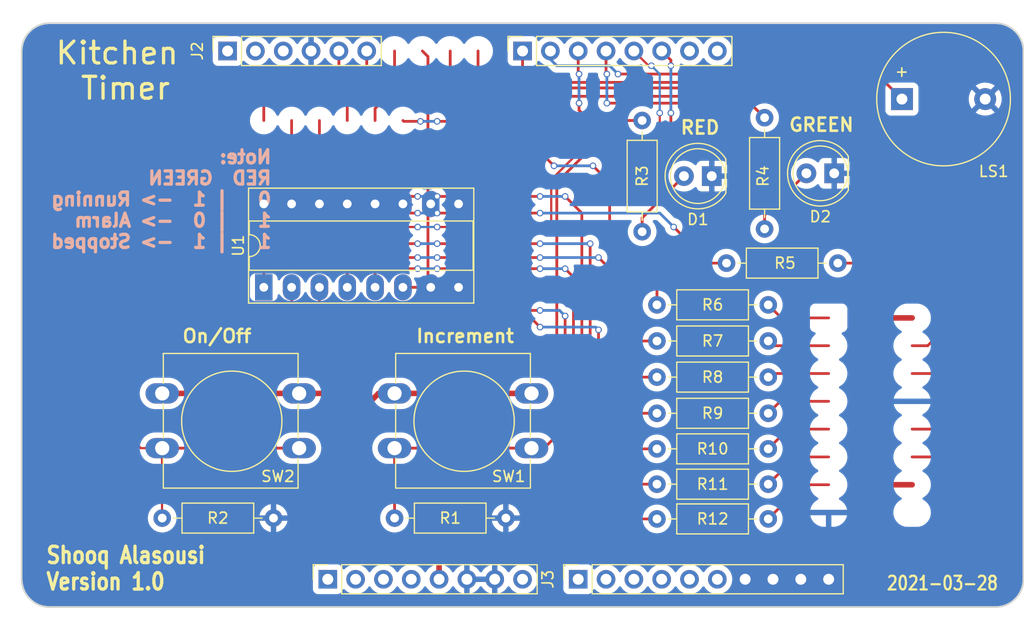
<source format=kicad_pcb>
(kicad_pcb (version 20221018) (generator pcbnew)
  (title_block (rev "1.0") (company "Shooq Alasousi"))
  (layers (0 "F.Cu" signal) (31 "B.Cu" signal) (34 "B.Paste" user) (35 "F.Paste" user) (36 "B.SilkS" user "B.Silkscreen") (37 "F.SilkS" user "F.Silkscreen") (38 "B.Mask" user) (39 "F.Mask" user) (44 "Edge.Cuts" user))
  (net 0 "")
  (net 1 "GND")
  (net 2 "Net-(D1-A)")
  (net 3 "Net-(D2-A)")
  (net 5 "/IOREF")
  (net 6 "/~{RESET}")
  (net 7 "+3V3")
  (net 8 "+5V")
  (net 9 "VCC")
  (net 10 "/A0")
  (net 11 "/A1")
  (net 12 "/A2")
  (net 13 "/A3")
  (net 14 "/SDA{slash}A4")
  (net 15 "/SCL{slash}A5")
  (net 19 "Dig1")
  (net 20 "Dig2")
  (net 21 "Dig3")
  (net 22 "Dig4")
  (net 23 "DS")
  (net 24 "ST_CP")
  (net 25 "SH_CP")
  (net 26 "Buzzer")
  (net 27 "RED_LED")
  (net 28 "GREEN_LED")
  (net 29 "Button_2")
  (net 30 "Button_1")
  (net 31 "/TX{slash}1")
  (net 32 "/RX{slash}0")
  (net 33 "a")
  (net 34 "Net-(U2-a)")
  (net 35 "b")
  (net 36 "Net-(U2-b)")
  (net 37 "c")
  (net 38 "Net-(U2-c)")
  (net 39 "d")
  (net 40 "Net-(U2-d)")
  (net 41 "e")
  (net 42 "Net-(U2-e)")
  (net 43 "f")
  (net 44 "Net-(U2-f)")
  (net 45 "g")
  (net 46 "Net-(U2-g)")
  (net 47 "dp")
  (net 48 "Net-(U2-DPX)")
  (footprint "Resistor_THT:R_Axial_DIN0207_L6.3mm_D2.5mm_P10.16mm_Horizontal" (layer "F.Cu") (at 141.681 107.9752 180)
    (fp_text reference "R10" (at 5.08 0) (layer "F.SilkS"))
    (fp_text value "100")
    (fp_line (start 1.04 0) (end 1.81 0) (stroke (width 0.12)) (layer "F.SilkS"))
    (fp_line (start 1.81 -1.37) (end 1.81 1.37) (stroke (width 0.12)) (layer "F.SilkS"))
    (fp_line (start 1.81 1.37) (end 8.35 1.37) (stroke (width 0.12)) (layer "F.SilkS"))
    (fp_line (start 8.35 -1.37) (end 1.81 -1.37) (stroke (width 0.12)) (layer "F.SilkS"))
    (fp_line (start 8.35 1.37) (end 8.35 -1.37) (stroke (width 0.12)) (layer "F.SilkS"))
    (fp_line (start 9.12 0) (end 8.35 0) (stroke (width 0.12)) (layer "F.SilkS"))
    (pad "1" thru_hole circle (at 0 0 180) (size 1.6 1.6) (drill 0.8) (layers "*.Cu" "*.Mask") (net 47 "dp"))
    (pad "2" thru_hole oval (at 10.16 0 180) (size 1.6 1.6) (drill 0.8) (layers "*.Cu" "*.Mask") (net 48 "Net-(U2-DPX)"))
  )
  (footprint "Resistor_THT:R_Axial_DIN0207_L6.3mm_D2.5mm_P10.16mm_Horizontal" (layer "F.Cu") (at 107.569 114.3)
    (fp_text reference "R1" (at 5.08 0) (layer "F.SilkS"))
    (fp_text value "330")
    (fp_line (start 1.04 0) (end 1.81 0) (stroke (width 0.12)) (layer "F.SilkS"))
    (fp_line (start 1.81 -1.37) (end 1.81 1.37) (stroke (width 0.12)) (layer "F.SilkS"))
    (fp_line (start 1.81 1.37) (end 8.35 1.37) (stroke (width 0.12)) (layer "F.SilkS"))
    (fp_line (start 8.35 -1.37) (end 1.81 -1.37) (stroke (width 0.12)) (layer "F.SilkS"))
    (fp_line (start 8.35 1.37) (end 8.35 -1.37) (stroke (width 0.12)) (layer "F.SilkS"))
    (fp_line (start 9.12 0) (end 8.35 0) (stroke (width 0.12)) (layer "F.SilkS"))
    (pad "1" thru_hole circle (at 0 0) (size 1.6 1.6) (drill 0.8) (layers "*.Cu" "*.Mask") (net 27 "RED_LED"))
    (pad "2" thru_hole oval (at 10.16 0) (size 1.6 1.6) (drill 0.8) (layers "*.Cu" "*.Mask") (net 2 "Net-(D1-A)"))
  )
  (footprint "Resistor_THT:R_Axial_DIN0207_L6.3mm_D2.5mm_P10.16mm_Horizontal" (layer "F.Cu") (at 141.346 77.724 -90)
    (fp_text reference "R4" (at 5.334 0.142 90) (layer "F.SilkS"))
    (fp_text value "100")
    (fp_line (start 1.04 0) (end 1.81 0) (stroke (width 0.12)) (layer "F.SilkS"))
    (fp_line (start 1.81 -1.37) (end 1.81 1.37) (stroke (width 0.12)) (layer "F.SilkS"))
    (fp_line (start 1.81 1.37) (end 8.35 1.37) (stroke (width 0.12)) (layer "F.SilkS"))
    (fp_line (start 8.35 -1.37) (end 1.81 -1.37) (stroke (width 0.12)) (layer "F.SilkS"))
    (fp_line (start 8.35 1.37) (end 8.35 -1.37) (stroke (width 0.12)) (layer "F.SilkS"))
    (fp_line (start 9.12 0) (end 8.35 0) (stroke (width 0.12)) (layer "F.SilkS"))
    (pad "1" thru_hole circle (at 0 0 270) (size 1.6 1.6) (drill 0.8) (layers "*.Cu" "*.Mask") (net 35 "b"))
    (pad "2" thru_hole oval (at 10.16 0 270) (size 1.6 1.6) (drill 0.8) (layers "*.Cu" "*.Mask") (net 36 "Net-(U2-b)"))
  )
  (footprint "Connector_PinSocket_2.54mm:PinSocket_1x10_P2.54mm_Vertical" (layer "F.Cu") (at 124.333 119.888 90)
    (fp_text reference "J3" (at 0 -2.77 90) (layer "F.SilkS"))
    (fp_text value "Digital/PWM")
    (fp_line (start -1.33 1.27) (end -1.33 24.19) (stroke (width 0.12)) (layer "F.SilkS"))
    (fp_line (start -1.33 1.27) (end 1.33 1.27) (stroke (width 0.12)) (layer "F.SilkS"))
    (fp_line (start -1.33 24.19) (end 1.33 24.19) (stroke (width 0.12)) (layer "F.SilkS"))
    (fp_line (start 0 -1.33) (end 1.33 -1.33) (stroke (width 0.12)) (layer "F.SilkS"))
    (fp_line (start 1.33 -1.33) (end 1.33 0) (stroke (width 0.12)) (layer "F.SilkS"))
    (fp_line (start 1.33 1.27) (end 1.33 24.19) (stroke (width 0.12)) (layer "F.SilkS"))
    (pad "1" thru_hole rect (at 0 0 90) (size 1.7 1.7) (drill 1) (layers "*.Cu" "*.Mask"))
    (pad "2" thru_hole oval (at 0 2.54 90) (size 1.7 1.7) (drill 1) (layers "*.Cu" "*.Mask"))
    (pad "3" thru_hole oval (at 0 5.08 90) (size 1.7 1.7) (drill 1) (layers "*.Cu" "*.Mask"))
    (pad "4" thru_hole oval (at 0 7.62 90) (size 1.7 1.7) (drill 1) (layers "*.Cu" "*.Mask") (net 1 "GND"))
    (pad "5" thru_hole oval (at 0 10.16 90) (size 1.7 1.7) (drill 1) (layers "*.Cu" "*.Mask") (net 19 "Dig1"))
    (pad "6" thru_hole oval (at 0 12.7 90) (size 1.7 1.7) (drill 1) (layers "*.Cu" "*.Mask") (net 20 "Dig2"))
    (pad "7" thru_hole oval (at 0 15.24 90) (size 1.7 1.7) (drill 1) (layers "*.Cu" "*.Mask") (net 21 "Dig3"))
    (pad "8" thru_hole oval (at 0 17.78 90) (size 1.7 1.7) (drill 1) (layers "*.Cu" "*.Mask") (net 22 "Dig4"))
    (pad "9" thru_hole oval (at 0 20.32 90) (size 1.7 1.7) (drill 1) (layers "*.Cu" "*.Mask") (net 23 "DS"))
    (pad "10" thru_hole oval (at 0 22.86 90) (size 1.7 1.7) (drill 1) (layers "*.Cu" "*.Mask") (net 24 "ST_CP"))
  )
  (footprint "LED_THT:LED_D5.0mm" (layer "F.Cu") (at 136.525 83.058 180)
    (fp_text reference "D1" (at 1.27 -3.96) (layer "F.SilkS"))
    (fp_text value "LED")
    (fp_line (start -1.29 -1.545) (end -1.29 1.545) (stroke (width 0.12)) (layer "F.SilkS"))
    (fp_arc (start -1.29 -1.54483) (mid 2.072002 -2.880433) (end 4.26 0.000462) (stroke (width 0.12)) (layer "F.SilkS"))
    (fp_arc (start 4.26 -0.000462) (mid 2.072002 2.880433) (end -1.29 1.54483) (stroke (width 0.12)) (layer "F.SilkS"))
    (fp_circle (center 1.27 0) (end 3.77 0) (stroke (width 0.12)) (fill none) (layer "F.SilkS"))
    (pad "1" thru_hole rect (at 0 0 180) (size 1.8 1.8) (drill 0.9) (layers "*.Cu" "*.Mask") (net 1 "GND"))
    (pad "2" thru_hole circle (at 2.54 0 180) (size 1.8 1.8) (drill 0.9) (layers "*.Cu" "*.Mask") (net 2 "Net-(D1-A)"))
  )
  (footprint "Button_Switch_THT:SW_PUSH-12mm" (layer "F.Cu") (at 86.36 102.91)
    (fp_text reference "SW2" (at 10.558 7.58) (layer "F.SilkS"))
    (fp_text value "SW_Push")
    (fp_line (start 0.1 -3.65) (end 12.4 -3.65) (stroke (width 0.12)) (layer "F.SilkS"))
    (fp_line (start 0.1 -0.93) (end 0.1 -3.65) (stroke (width 0.12)) (layer "F.SilkS"))
    (fp_line (start 0.1 4.07) (end 0.1 0.93) (stroke (width 0.12)) (layer "F.SilkS"))
    (fp_line (start 0.1 8.65) (end 0.1 5.93) (stroke (width 0.12)) (layer "F.SilkS"))
    (fp_line (start 12.4 -3.65) (end 12.4 -0.93) (stroke (width 0.12)) (layer "F.SilkS"))
    (fp_line (start 12.4 0.93) (end 12.4 4.07) (stroke (width 0.12)) (layer "F.SilkS"))
    (fp_line (start 12.4 5.93) (end 12.4 8.65) (stroke (width 0.12)) (layer "F.SilkS"))
    (fp_line (start 12.4 8.65) (end 0.1 8.65) (stroke (width 0.12)) (layer "F.SilkS"))
    (fp_circle (center 6.35 2.54) (end 10.16 5.08) (stroke (width 0.12)) (fill none) (layer "F.SilkS"))
    (pad "1" thru_hole oval (at 0 0) (size 3.048 1.85) (drill 1.3) (layers "*.Cu" "*.Mask") (net 8 "+5V"))
    (pad "1" thru_hole oval (at 12.5 0) (size 3.048 1.85) (drill 1.3) (layers "*.Cu" "*.Mask") (net 8 "+5V"))
    (pad "2" thru_hole oval (at 0 5) (size 3.048 1.85) (drill 1.3) (layers "*.Cu" "*.Mask") (net 29 "Button_2"))
    (pad "2" thru_hole oval (at 12.5 5) (size 3.048 1.85) (drill 1.3) (layers "*.Cu" "*.Mask") (net 29 "Button_2"))
  )
  (footprint "Button_Switch_THT:SW_PUSH-12mm" (layer "F.Cu") (at 107.569 102.91)
    (fp_text reference "SW1" (at 10.414 7.58) (layer "F.SilkS"))
    (fp_text value "SW_Push")
    (fp_line (start 0.1 -3.65) (end 12.4 -3.65) (stroke (width 0.12)) (layer "F.SilkS"))
    (fp_line (start 0.1 -0.93) (end 0.1 -3.65) (stroke (width 0.12)) (layer "F.SilkS"))
    (fp_line (start 0.1 4.07) (end 0.1 0.93) (stroke (width 0.12)) (layer "F.SilkS"))
    (fp_line (start 0.1 8.65) (end 0.1 5.93) (stroke (width 0.12)) (layer "F.SilkS"))
    (fp_line (start 12.4 -3.65) (end 12.4 -0.93) (stroke (width 0.12)) (layer "F.SilkS"))
    (fp_line (start 12.4 0.93) (end 12.4 4.07) (stroke (width 0.12)) (layer "F.SilkS"))
    (fp_line (start 12.4 5.93) (end 12.4 8.65) (stroke (width 0.12)) (layer "F.SilkS"))
    (fp_line (start 12.4 8.65) (end 0.1 8.65) (stroke (width 0.12)) (layer "F.SilkS"))
    (fp_circle (center 6.35 2.54) (end 10.16 5.08) (stroke (width 0.12)) (fill none) (layer "F.SilkS"))
    (pad "1" thru_hole oval (at 0 0) (size 3.048 1.85) (drill 1.3) (layers "*.Cu" "*.Mask") (net 8 "+5V"))
    (pad "1" thru_hole oval (at 12.5 0) (size 3.048 1.85) (drill 1.3) (layers "*.Cu" "*.Mask") (net 8 "+5V"))
    (pad "2" thru_hole oval (at 0 5) (size 3.048 1.85) (drill 1.3) (layers "*.Cu" "*.Mask") (net 30 "Button_1"))
    (pad "2" thru_hole oval (at 12.5 5) (size 3.048 1.85) (drill 1.3) (layers "*.Cu" "*.Mask") (net 30 "Button_1"))
  )
  (footprint "LED_THT:LED_D5.0mm" (layer "F.Cu") (at 147.701 82.804 180)
    (fp_text reference "D2" (at 1.27 -3.96) (layer "F.SilkS"))
    (fp_text value "LED")
    (fp_line (start -1.29 -1.545) (end -1.29 1.545) (stroke (width 0.12)) (layer "F.SilkS"))
    (fp_arc (start -1.29 -1.54483) (mid 2.072002 -2.880433) (end 4.26 0.000462) (stroke (width 0.12)) (layer "F.SilkS"))
    (fp_arc (start 4.26 -0.000462) (mid 2.072002 2.880433) (end -1.29 1.54483) (stroke (width 0.12)) (layer "F.SilkS"))
    (fp_circle (center 1.27 0) (end 3.77 0) (stroke (width 0.12)) (fill none) (layer "F.SilkS"))
    (pad "1" thru_hole rect (at 0 0 180) (size 1.8 1.8) (drill 0.9) (layers "*.Cu" "*.Mask") (net 1 "GND"))
    (pad "2" thru_hole circle (at 2.54 0 180) (size 1.8 1.8) (drill 0.9) (layers "*.Cu" "*.Mask") (net 3 "Net-(D2-A)"))
  )
  (footprint "Resistor_THT:R_Axial_DIN0207_L6.3mm_D2.5mm_P10.16mm_Horizontal" (layer "F.Cu") (at 141.681 98.12 180)
    (fp_text reference "R7" (at 5.08 0) (layer "F.SilkS"))
    (fp_text value "100")
    (fp_line (start 1.04 0) (end 1.81 0) (stroke (width 0.12)) (layer "F.SilkS"))
    (fp_line (start 1.81 -1.37) (end 1.81 1.37) (stroke (width 0.12)) (layer "F.SilkS"))
    (fp_line (start 1.81 1.37) (end 8.35 1.37) (stroke (width 0.12)) (layer "F.SilkS"))
    (fp_line (start 8.35 -1.37) (end 1.81 -1.37) (stroke (width 0.12)) (layer "F.SilkS"))
    (fp_line (start 8.35 1.37) (end 8.35 -1.37) (stroke (width 0.12)) (layer "F.SilkS"))
    (fp_line (start 9.12 0) (end 8.35 0) (stroke (width 0.12)) (layer "F.SilkS"))
    (pad "1" thru_hole circle (at 0 0 180) (size 1.6 1.6) (drill 0.8) (layers "*.Cu" "*.Mask") (net 41 "e"))
    (pad "2" thru_hole oval (at 10.16 0 180) (size 1.6 1.6) (drill 0.8) (layers "*.Cu" "*.Mask") (net 42 "Net-(U2-e)"))
  )
  (footprint "Resistor_THT:R_Axial_DIN0207_L6.3mm_D2.5mm_P10.16mm_Horizontal" (layer "F.Cu") (at 141.681 114.376 180)
    (fp_text reference "R12" (at 5.08 0) (layer "F.SilkS"))
    (fp_text value "10k")
    (fp_line (start 1.04 0) (end 1.81 0) (stroke (width 0.12)) (layer "F.SilkS"))
    (fp_line (start 1.81 -1.37) (end 1.81 1.37) (stroke (width 0.12)) (layer "F.SilkS"))
    (fp_line (start 1.81 1.37) (end 8.35 1.37) (stroke (width 0.12)) (layer "F.SilkS"))
    (fp_line (start 8.35 -1.37) (end 1.81 -1.37) (stroke (width 0.12)) (layer "F.SilkS"))
    (fp_line (start 8.35 1.37) (end 8.35 -1.37) (stroke (width 0.12)) (layer "F.SilkS"))
    (fp_line (start 9.12 0) (end 8.35 0) (stroke (width 0.12)) (layer "F.SilkS"))
    (pad "1" thru_hole circle (at 0 0 180) (size 1.6 1.6) (drill 0.8) (layers "*.Cu" "*.Mask") (net 29 "Button_2"))
    (pad "2" thru_hole oval (at 10.16 0 180) (size 1.6 1.6) (drill 0.8) (layers "*.Cu" "*.Mask") (net 1 "GND"))
  )
  (footprint "Resistor_THT:R_Axial_DIN0207_L6.3mm_D2.5mm_P10.16mm_Horizontal" (layer "F.Cu") (at 130.17 77.978 -90)
    (fp_text reference "R3" (at 5.08 0 90) (layer "F.SilkS"))
    (fp_text value "100")
    (fp_line (start 1.04 0) (end 1.81 0) (stroke (width 0.12)) (layer "F.SilkS"))
    (fp_line (start 1.81 -1.37) (end 1.81 1.37) (stroke (width 0.12)) (layer "F.SilkS"))
    (fp_line (start 1.81 1.37) (end 8.35 1.37) (stroke (width 0.12)) (layer "F.SilkS"))
    (fp_line (start 8.35 -1.37) (end 1.81 -1.37) (stroke (width 0.12)) (layer "F.SilkS"))
    (fp_line (start 8.35 1.37) (end 8.35 -1.37) (stroke (width 0.12)) (layer "F.SilkS"))
    (fp_line (start 9.12 0) (end 8.35 0) (stroke (width 0.12)) (layer "F.SilkS"))
    (pad "1" thru_hole circle (at 0 0 270) (size 1.6 1.6) (drill 0.8) (layers "*.Cu" "*.Mask") (net 33 "a"))
    (pad "2" thru_hole oval (at 10.16 0 270) (size 1.6 1.6) (drill 0.8) (layers "*.Cu" "*.Mask") (net 34 "Net-(U2-a)"))
  )
  (footprint "Connector_PinSocket_2.54mm:PinSocket_1x08_P2.54mm_Vertical" (layer "F.Cu") (at 119.253 71.628 90)
    (fp_text reference "J4" hide)
    (fp_text value "Digital/PWM")
    (fp_line (start -1.33 1.27) (end -1.33 19.11) (stroke (width 0.12)) (layer "F.SilkS"))
    (fp_line (start -1.33 1.27) (end 1.33 1.27) (stroke (width 0.12)) (layer "F.SilkS"))
    (fp_line (start -1.33 19.11) (end 1.33 19.11) (stroke (width 0.12)) (layer "F.SilkS"))
    (fp_line (start 0 -1.33) (end 1.33 -1.33) (stroke (width 0.12)) (layer "F.SilkS"))
    (fp_line (start 1.33 -1.33) (end 1.33 0) (stroke (width 0.12)) (layer "F.SilkS"))
    (fp_line (start 1.33 1.27) (end 1.33 19.11) (stroke (width 0.12)) (layer "F.SilkS"))
    (pad "1" thru_hole rect (at 0 0 90) (size 1.7 1.7) (drill 1) (layers "*.Cu" "*.Mask") (net 25 "SH_CP"))
    (pad "2" thru_hole oval (at 0 2.54 90) (size 1.7 1.7) (drill 1) (layers "*.Cu" "*.Mask") (net 26 "Buzzer"))
    (pad "3" thru_hole oval (at 0 5.08 90) (size 1.7 1.7) (drill 1) (layers "*.Cu" "*.Mask") (net 27 "RED_LED"))
    (pad "4" thru_hole oval (at 0 7.62 90) (size 1.7 1.7) (drill 1) (layers "*.Cu" "*.Mask") (net 28 "GREEN_LED"))
    (pad "5" thru_hole oval (at 0 10.16 90) (size 1.7 1.7) (drill 1) (layers "*.Cu" "*.Mask") (net 29 "Button_2"))
    (pad "6" thru_hole oval (at 0 12.7 90) (size 1.7 1.7) (drill 1) (layers "*.Cu" "*.Mask") (net 30 "Button_1"))
    (pad "7" thru_hole oval (at 0 15.24 90) (size 1.7 1.7) (drill 1) (layers "*.Cu" "*.Mask") (net 31 "/TX{slash}1"))
    (pad "8" thru_hole oval (at 0 17.78 90) (size 1.7 1.7) (drill 1) (layers "*.Cu" "*.Mask") (net 32 "/RX{slash}0"))
  )
  (footprint "Resistor_THT:R_Axial_DIN0207_L6.3mm_D2.5mm_P10.16mm_Horizontal" (layer "F.Cu") (at 141.681 104.724 180)
    (fp_text reference "R9" (at 5.08 0) (layer "F.SilkS"))
    (fp_text value "100")
    (fp_line (start 1.04 0) (end 1.81 0) (stroke (width 0.12)) (layer "F.SilkS"))
    (fp_line (start 1.81 -1.37) (end 1.81 1.37) (stroke (width 0.12)) (layer "F.SilkS"))
    (fp_line (start 1.81 1.37) (end 8.35 1.37) (stroke (width 0.12)) (layer "F.SilkS"))
    (fp_line (start 8.35 -1.37) (end 1.81 -1.37) (stroke (width 0.12)) (layer "F.SilkS"))
    (fp_line (start 8.35 1.37) (end 8.35 -1.37) (stroke (width 0.12)) (layer "F.SilkS"))
    (fp_line (start 9.12 0) (end 8.35 0) (stroke (width 0.12)) (layer "F.SilkS"))
    (pad "1" thru_hole circle (at 0 0 180) (size 1.6 1.6) (drill 0.8) (layers "*.Cu" "*.Mask") (net 45 "g"))
    (pad "2" thru_hole oval (at 10.16 0 180) (size 1.6 1.6) (drill 0.8) (layers "*.Cu" "*.Mask") (net 46 "Net-(U2-g)"))
  )
  (footprint "Connector_PinSocket_2.54mm:PinSocket_1x06_P2.54mm_Vertical" (layer "F.Cu") (at 92.329 71.628 90)
    (fp_text reference "J2" (at 0 -2.77 90) (layer "F.SilkS"))
    (fp_text value "Analog")
    (fp_line (start -1.33 1.27) (end -1.33 14.03) (stroke (width 0.12)) (layer "F.SilkS"))
    (fp_line (start -1.33 1.27) (end 1.33 1.27) (stroke (width 0.12)) (layer "F.SilkS"))
    (fp_line (start -1.33 14.03) (end 1.33 14.03) (stroke (width 0.12)) (layer "F.SilkS"))
    (fp_line (start 0 -1.33) (end 1.33 -1.33) (stroke (width 0.12)) (layer "F.SilkS"))
    (fp_line (start 1.33 -1.33) (end 1.33 0) (stroke (width 0.12)) (layer "F.SilkS"))
    (fp_line (start 1.33 1.27) (end 1.33 14.03) (stroke (width 0.12)) (layer "F.SilkS"))
    (pad "1" thru_hole rect (at 0 0 90) (size 1.7 1.7) (drill 1) (layers "*.Cu" "*.Mask") (net 10 "/A0"))
    (pad "2" thru_hole oval (at 0 2.54 90) (size 1.7 1.7) (drill 1) (layers "*.Cu" "*.Mask") (net 11 "/A1"))
    (pad "3" thru_hole oval (at 0 5.08 90) (size 1.7 1.7) (drill 1) (layers "*.Cu" "*.Mask") (net 12 "/A2"))
    (pad "4" thru_hole oval (at 0 7.62 90) (size 1.7 1.7) (drill 1) (layers "*.Cu" "*.Mask") (net 13 "/A3"))
    (pad "5" thru_hole oval (at 0 10.16 90) (size 1.7 1.7) (drill 1) (layers "*.Cu" "*.Mask") (net 14 "/SDA{slash}A4"))
    (pad "6" thru_hole oval (at 0 12.7 90) (size 1.7 1.7) (drill 1) (layers "*.Cu" "*.Mask") (net 15 "/SCL{slash}A5"))
  )
  (footprint "Resistor_THT:R_Axial_DIN0207_L6.3mm_D2.5mm_P10.16mm_Horizontal" (layer "F.Cu") (at 86.36 114.3)
    (fp_text reference "R2" (at 5.08 0) (layer "F.SilkS"))
    (fp_text value "330")
    (fp_line (start 1.04 0) (end 1.81 0) (stroke (width 0.12)) (layer "F.SilkS"))
    (fp_line (start 1.81 -1.37) (end 1.81 1.37) (stroke (width 0.12)) (layer "F.SilkS"))
    (fp_line (start 1.81 1.37) (end 8.35 1.37) (stroke (width 0.12)) (layer "F.SilkS"))
    (fp_line (start 8.35 -1.37) (end 1.81 -1.37) (stroke (width 0.12)) (layer "F.SilkS"))
    (fp_line (start 8.35 1.37) (end 8.35 -1.37) (stroke (width 0.12)) (layer "F.SilkS"))
    (fp_line (start 9.12 0) (end 8.35 0) (stroke (width 0.12)) (layer "F.SilkS"))
    (pad "1" thru_hole circle (at 0 0) (size 1.6 1.6) (drill 0.8) (layers "*.Cu" "*.Mask") (net 28 "GREEN_LED"))
    (pad "2" thru_hole oval (at 10.16 0) (size 1.6 1.6) (drill 0.8) (layers "*.Cu" "*.Mask") (net 3 "Net-(D2-A)"))
  )
  (footprint "Resistor_THT:R_Axial_DIN0207_L6.3mm_D2.5mm_P10.16mm_Horizontal" (layer "F.Cu") (at 141.681 94.818 180)
    (fp_text reference "R6" (at 5.08 0) (layer "F.SilkS"))
    (fp_text value "100")
    (fp_line (start 1.04 0) (end 1.81 0) (stroke (width 0.12)) (layer "F.SilkS"))
    (fp_line (start 1.81 -1.37) (end 1.81 1.37) (stroke (width 0.12)) (layer "F.SilkS"))
    (fp_line (start 1.81 1.37) (end 8.35 1.37) (stroke (width 0.12)) (layer "F.SilkS"))
    (fp_line (start 8.35 -1.37) (end 1.81 -1.37) (stroke (width 0.12)) (layer "F.SilkS"))
    (fp_line (start 8.35 1.37) (end 8.35 -1.37) (stroke (width 0.12)) (layer "F.SilkS"))
    (fp_line (start 9.12 0) (end 8.35 0) (stroke (width 0.12)) (layer "F.SilkS"))
    (pad "1" thru_hole circle (at 0 0 180) (size 1.6 1.6) (drill 0.8) (layers "*.Cu" "*.Mask") (net 39 "d"))
    (pad "2" thru_hole oval (at 10.16 0 180) (size 1.6 1.6) (drill 0.8) (layers "*.Cu" "*.Mask") (net 40 "Net-(U2-d)"))
  )
  (footprint "Resistor_THT:R_Axial_DIN0207_L6.3mm_D2.5mm_P10.16mm_Horizontal" (layer "F.Cu") (at 141.681 111.201 180)
    (fp_text reference "R11" (at 5.08 0) (layer "F.SilkS"))
    (fp_text value "10k")
    (fp_line (start 1.04 0) (end 1.81 0) (stroke (width 0.12)) (layer "F.SilkS"))
    (fp_line (start 1.81 -1.37) (end 1.81 1.37) (stroke (width 0.12)) (layer "F.SilkS"))
    (fp_line (start 1.81 1.37) (end 8.35 1.37) (stroke (width 0.12)) (layer "F.SilkS"))
    (fp_line (start 8.35 -1.37) (end 1.81 -1.37) (stroke (width 0.12)) (layer "F.SilkS"))
    (fp_line (start 8.35 1.37) (end 8.35 -1.37) (stroke (width 0.12)) (layer "F.SilkS"))
    (fp_line (start 9.12 0) (end 8.35 0) (stroke (width 0.12)) (layer "F.SilkS"))
    (pad "1" thru_hole circle (at 0 0 180) (size 1.6 1.6) (drill 0.8) (layers "*.Cu" "*.Mask") (net 30 "Button_1"))
    (pad "2" thru_hole oval (at 10.16 0 180) (size 1.6 1.6) (drill 0.8) (layers "*.Cu" "*.Mask") (net 1 "GND"))
  )
  (footprint "Connector_PinSocket_2.54mm:PinSocket_1x08_P2.54mm_Vertical" (layer "F.Cu") (at 101.473 119.888 90)
    (fp_text reference "J1" hide)
    (fp_text value "Power")
    (fp_line (start -1.33 1.27) (end -1.33 19.11) (stroke (width 0.12)) (layer "F.SilkS"))
    (fp_line (start -1.33 1.27) (end 1.33 1.27) (stroke (width 0.12)) (layer "F.SilkS"))
    (fp_line (start -1.33 19.11) (end 1.33 19.11) (stroke (width 0.12)) (layer "F.SilkS"))
    (fp_line (start 0 -1.33) (end 1.33 -1.33) (stroke (width 0.12)) (layer "F.SilkS"))
    (fp_line (start 1.33 -1.33) (end 1.33 0) (stroke (width 0.12)) (layer "F.SilkS"))
    (fp_line (start 1.33 1.27) (end 1.33 19.11) (stroke (width 0.12)) (layer "F.SilkS"))
    (pad "1" thru_hole rect (at 0 0 90) (size 1.7 1.7) (drill 1) (layers "*.Cu" "*.Mask"))
    (pad "2" thru_hole oval (at 0 2.54 90) (size 1.7 1.7) (drill 1) (layers "*.Cu" "*.Mask") (net 5 "/IOREF"))
    (pad "3" thru_hole oval (at 0 5.08 90) (size 1.7 1.7) (drill 1) (layers "*.Cu" "*.Mask") (net 6 "/~{RESET}"))
    (pad "4" thru_hole oval (at 0 7.62 90) (size 1.7 1.7) (drill 1) (layers "*.Cu" "*.Mask") (net 7 "+3V3"))
    (pad "5" thru_hole oval (at 0 10.16 90) (size 1.7 1.7) (drill 1) (layers "*.Cu" "*.Mask") (net 8 "+5V"))
    (pad "6" thru_hole oval (at 0 12.7 90) (size 1.7 1.7) (drill 1) (layers "*.Cu" "*.Mask") (net 1 "GND"))
    (pad "7" thru_hole oval (at 0 15.24 90) (size 1.7 1.7) (drill 1) (layers "*.Cu" "*.Mask") (net 1 "GND"))
    (pad "8" thru_hole oval (at 0 17.78 90) (size 1.7 1.7) (drill 1) (layers "*.Cu" "*.Mask") (net 9 "VCC"))
  )
  (footprint "Package_DIP:DIP-16_W7.62mm_Socket_LongPads" (layer "F.Cu") (at 95.631 93.218 90)
    (fp_text reference "U1" (at 3.81 -2.33 90) (layer "F.SilkS"))
    (fp_text value "74HC595")
    (fp_line (start -1.44 -1.39) (end -1.44 19.17) (stroke (width 0.12)) (layer "F.SilkS"))
    (fp_line (start -1.44 19.17) (end 9.06 19.17) (stroke (width 0.12)) (layer "F.SilkS"))
    (fp_line (start 1.56 -1.33) (end 1.56 19.11) (stroke (width 0.12)) (layer "F.SilkS"))
    (fp_line (start 1.56 19.11) (end 6.06 19.11) (stroke (width 0.12)) (layer "F.SilkS"))
    (fp_line (start 2.81 -1.33) (end 1.56 -1.33) (stroke (width 0.12)) (layer "F.SilkS"))
    (fp_line (start 6.06 -1.33) (end 4.81 -1.33) (stroke (width 0.12)) (layer "F.SilkS"))
    (fp_line (start 6.06 19.11) (end 6.06 -1.33) (stroke (width 0.12)) (layer "F.SilkS"))
    (fp_line (start 9.06 -1.39) (end -1.44 -1.39) (stroke (width 0.12)) (layer "F.SilkS"))
    (fp_line (start 9.06 19.17) (end 9.06 -1.39) (stroke (width 0.12)) (layer "F.SilkS"))
    (fp_arc (start 4.81 -1.33) (mid 3.81 -0.33) (end 2.81 -1.33) (stroke (width 0.12)) (layer "F.SilkS"))
    (pad "1" thru_hole rect (at 0 0 90) (size 2.4 1.6) (drill 0.8) (layers "*.Cu" "*.Mask") (net 35 "b"))
    (pad "2" thru_hole oval (at 0 2.54 90) (size 2.4 1.6) (drill 0.8) (layers "*.Cu" "*.Mask") (net 37 "c"))
    (pad "3" thru_hole oval (at 0 5.08 90) (size 2.4 1.6) (drill 0.8) (layers "*.Cu" "*.Mask") (net 39 "d"))
    (pad "4" thru_hole oval (at 0 7.62 90) (size 2.4 1.6) (drill 0.8) (layers "*.Cu" "*.Mask") (net 41 "e"))
    (pad "5" thru_hole oval (at 0 10.16 90) (size 2.4 1.6) (drill 0.8) (layers "*.Cu" "*.Mask") (net 43 "f"))
    (pad "6" thru_hole oval (at 0 12.7 90) (size 2.4 1.6) (drill 0.8) (layers "*.Cu" "*.Mask") (net 45 "g"))
    (pad "7" thru_hole oval (at 0 15.24 90) (size 2.4 1.6) (drill 0.8) (layers "*.Cu" "*.Mask") (net 47 "dp"))
    (pad "8" thru_hole oval (at 0 17.78 90) (size 2.4 1.6) (drill 0.8) (layers "*.Cu" "*.Mask") (net 1 "GND"))
    (pad "9" thru_hole oval (at 7.62 17.78 90) (size 2.4 1.6) (drill 0.8) (layers "*.Cu" "*.Mask"))
    (pad "10" thru_hole oval (at 7.62 15.24 90) (size 2.4 1.6) (drill 0.8) (layers "*.Cu" "*.Mask") (net 8 "+5V"))
    (pad "11" thru_hole oval (at 7.62 12.7 90) (size 2.4 1.6) (drill 0.8) (layers "*.Cu" "*.Mask") (net 25 "SH_CP"))
    (pad "12" thru_hole oval (at 7.62 10.16 90) (size 2.4 1.6) (drill 0.8) (layers "*.Cu" "*.Mask") (net 24 "ST_CP"))
    (pad "13" thru_hole oval (at 7.62 7.62 90) (size 2.4 1.6) (drill 0.8) (layers "*.Cu" "*.Mask") (net 1 "GND"))
    (pad "14" thru_hole oval (at 7.62 5.08 90) (size 2.4 1.6) (drill 0.8) (layers "*.Cu" "*.Mask") (net 23 "DS"))
    (pad "15" thru_hole oval (at 7.62 2.54 90) (size 2.4 1.6) (drill 0.8) (layers "*.Cu" "*.Mask") (net 33 "a"))
    (pad "16" thru_hole oval (at 7.62 0 90) (size 2.4 1.6) (drill 0.8) (layers "*.Cu" "*.Mask") (net 8 "+5V"))
  )
  (footprint "Buzzer_Beeper:Buzzer_12x9.5RM7.6" (layer "F.Cu") (at 153.883 76.022)
    (fp_text reference "LS1" (at 8.372 6.604) (layer "F.SilkS"))
    (fp_text value "Speaker")
    (fp_text user "+" (at -0.01 -2.54) (layer "F.SilkS"))
    (fp_circle (center 3.8 0) (end 9.9 0) (stroke (width 0.12)) (fill none) (layer "F.SilkS"))
    (pad "1" thru_hole rect (at 0 0) (size 2 2) (drill 1) (layers "*.Cu" "*.Mask") (net 26 "Buzzer"))
    (pad "2" thru_hole circle (at 7.6 0) (size 2 2) (drill 1) (layers "*.Cu" "*.Mask") (net 1 "GND"))
  )
  (footprint "Resistor_THT:R_Axial_DIN0207_L6.3mm_D2.5mm_P10.16mm_Horizontal" (layer "F.Cu") (at 148.031 91.008 180)
    (fp_text reference "R5" (at 4.826 0) (layer "F.SilkS"))
    (fp_text value "100")
    (fp_line (start 1.04 0) (end 1.81 0) (stroke (width 0.12)) (layer "F.SilkS"))
    (fp_line (start 1.81 -1.37) (end 1.81 1.37) (stroke (width 0.12)) (layer "F.SilkS"))
    (fp_line (start 1.81 1.37) (end 8.35 1.37) (stroke (width 0.12)) (layer "F.SilkS"))
    (fp_line (start 8.35 -1.37) (end 1.81 -1.37) (stroke (width 0.12)) (layer "F.SilkS"))
    (fp_line (start 8.35 1.37) (end 8.35 -1.37) (stroke (width 0.12)) (layer "F.SilkS"))
    (fp_line (start 9.12 0) (end 8.35 0) (stroke (width 0.12)) (layer "F.SilkS"))
    (pad "1" thru_hole circle (at 0 0 180) (size 1.6 1.6) (drill 0.8) (layers "*.Cu" "*.Mask") (net 37 "c"))
    (pad "2" thru_hole oval (at 10.16 0 180) (size 1.6 1.6) (drill 0.8) (layers "*.Cu" "*.Mask") (net 38 "Net-(U2-c)"))
  )
  (footprint "Resistor_THT:R_Axial_DIN0207_L6.3mm_D2.5mm_P10.16mm_Horizontal" (layer "F.Cu") (at 141.681 101.422 180)
    (fp_text reference "R8" (at 5.08 0) (layer "F.SilkS"))
    (fp_text value "100")
    (fp_line (start 1.04 0) (end 1.81 0) (stroke (width 0.12)) (layer "F.SilkS"))
    (fp_line (start 1.81 -1.37) (end 1.81 1.37) (stroke (width 0.12)) (layer "F.SilkS"))
    (fp_line (start 1.81 1.37) (end 8.35 1.37) (stroke (width 0.12)) (layer "F.SilkS"))
    (fp_line (start 8.35 -1.37) (end 1.81 -1.37) (stroke (width 0.12)) (layer "F.SilkS"))
    (fp_line (start 8.35 1.37) (end 8.35 -1.37) (stroke (width 0.12)) (layer "F.SilkS"))
    (fp_line (start 9.12 0) (end 8.35 0) (stroke (width 0.12)) (layer "F.SilkS"))
    (pad "1" thru_hole circle (at 0 0 180) (size 1.6 1.6) (drill 0.8) (layers "*.Cu" "*.Mask") (net 43 "f"))
    (pad "2" thru_hole oval (at 10.16 0 180) (size 1.6 1.6) (drill 0.8) (layers "*.Cu" "*.Mask") (net 44 "Net-(U2-f)"))
  )
  (gr_line (start 164.973 71.628) (end 164.973 119.888) (stroke (width 0.15)) (layer "Edge.Cuts"))
  (gr_line (start 162.433 122.428) (end 76.073 122.428) (stroke (width 0.15)) (layer "Edge.Cuts"))
  (gr_arc (start 76.073 122.428) (mid 74.276949 121.684051) (end 73.533 119.888) (stroke (width 0.15)) (layer "Edge.Cuts"))
  (gr_line (start 73.533 119.888) (end 73.533 71.628) (stroke (width 0.15)) (layer "Edge.Cuts"))
  (gr_line (start 76.073 69.088) (end 162.433 69.088) (stroke (width 0.15)) (layer "Edge.Cuts"))
  (gr_arc (start 162.433 69.088) (mid 164.229051 69.831949) (end 164.973 71.628) (stroke (width 0.15)) (layer "Edge.Cuts"))
  (gr_arc (start 73.533 71.628) (mid 74.276949 69.831949) (end 76.073 69.088) (stroke (width 0.15)) (layer "Edge.Cuts"))
  (gr_arc (start 164.973 119.888) (mid 164.229051 121.684051) (end 162.433 122.428) (stroke (width 0.15)) (layer "Edge.Cuts"))
  (gr_text "Note:\nRED  GREEN\n0   | 1  -> Running\n1   | 0  -> Alarm\n1   | 1  -> Stopped" (at 96.469 89.738) (layer "B.SilkS") (effects (font (size 1.2 1.2) (thickness 0.3) bold) (justify left bottom mirror)))
  (gr_text "2021-03-28" (at 152.4 120.98) (layer "F.SilkS") (effects (font (size 1.25 1) (thickness 0.2) bold) (justify left bottom)))
  (gr_text "On/Off" (at 88.087 98.374) (layer "F.SilkS") (effects (font (size 1.2 1.2) (thickness 0.24) bold) (justify left bottom)))
  (gr_text "GREEN\n" (at 143.459 79.07) (layer "F.SilkS") (effects (font (size 1.2 1.2) (thickness 0.24) bold) (justify left bottom)))
  (gr_text "RED\n" (at 133.553 79.324) (layer "F.SilkS") (effects (font (size 1.2 1.2) (thickness 0.24) bold) (justify left bottom)))
  (gr_text "Increment\n" (at 109.423 98.374) (layer "F.SilkS") (effects (font (size 1.2 1.2) (thickness 0.24) bold) (justify left bottom)))
  (gr_text "Kitchen\n Timer" (at 82.245 76.2) (layer "F.SilkS") (effects (font (size 2 2) (thickness 0.3) bold) (justify bottom)))
  (gr_text "Shooq Alasousi\nVersion 1.0" (at 75.641 120.98) (layer "F.SilkS") (effects (font (size 1.5 1.25) (thickness 0.3) bold) (justify left bottom)))
  (segment (start 106.121 91.516) (end 109.677 91.516) (width 0.25) (layer "F.Cu") (net 1))
  (segment (start 100.711 94.742) (end 101.295 95.326) (width 0.25) (layer "F.Cu") (net 1))
  (segment (start 124.282 111.201) (end 123.901 110.82) (width 0.25) (layer "F.Cu") (net 1))
  (segment (start 101.295 95.326) (end 120.853 95.326) (width 0.25) (layer "F.Cu") (net 1))
  (segment (start 105.791 93.218) (end 105.791 91.846) (width 0.25) (layer "F.Cu") (net 1))
  (segment (start 100.711 93.218) (end 100.711 94.742) (width 0.25) (layer "F.Cu") (net 1))
  (segment (start 123.139 95.834) (end 123.139 112.852) (width 0.25) (layer "F.Cu") (net 1))
  (segment (start 123.901 110.82) (end 123.901 92.278) (width 0.25) (layer "F.Cu") (net 1))
  (segment (start 123.901 92.278) (end 123.139 91.516) (width 0.25) (layer "F.Cu") (net 1))
  (segment (start 131.521 111.201) (end 124.282 111.201) (width 0.25) (layer "F.Cu") (net 1))
  (segment (start 105.791 91.846) (end 106.121 91.516) (width 0.25) (layer "F.Cu") (net 1))
  (segment (start 111.455 91.516) (end 120.853 91.516) (width 0.25) (layer "F.Cu") (net 1))
  (segment (start 123.139 112.852) (end 124.663 114.376) (width 0.25) (layer "F.Cu") (net 1))
  (segment (start 124.663 114.376) (end 131.521 114.376) (width 0.25) (layer "F.Cu") (net 1))
  (via (at 120.853 95.326) (size 0.6) (drill 0.4) (layers "F.Cu" "B.Cu") (net 1))
  (via (at 109.677 91.516) (size 0.6) (drill 0.4) (layers "F.Cu" "B.Cu") (net 1))
  (via (at 111.455 91.516) (size 0.6) (drill 0.4) (layers "F.Cu" "B.Cu") (net 1))
  (via (at 123.139 91.516) (size 0.6) (drill 0.4) (layers "F.Cu" "B.Cu") (net 1))
  (via (at 123.139 95.834) (size 0.6) (drill 0.4) (layers "F.Cu" "B.Cu") (net 1))
  (via (at 120.853 91.516) (size 0.6) (drill 0.4) (layers "F.Cu" "B.Cu") (net 1))
  (segment (start 120.853 91.516) (end 123.139 91.516) (width 0.25) (layer "B.Cu") (net 1))
  (segment (start 109.677 91.516) (end 111.455 91.516) (width 0.25) (layer "B.Cu") (net 1))
  (segment (start 122.631 95.326) (end 123.139 95.834) (width 0.25) (layer "B.Cu") (net 1))
  (segment (start 120.853 95.326) (end 122.631 95.326) (width 0.25) (layer "B.Cu") (net 1))
  (segment (start 130.17 86.873) (end 133.985 83.058) (width 0.254) (layer "F.Cu") (net 2))
  (segment (start 130.17 88.138) (end 130.17 86.873) (width 0.254) (layer "F.Cu") (net 2))
  (segment (start 141.346 87.884) (end 141.346 86.619) (width 0.254) (layer "F.Cu") (net 3))
  (segment (start 141.346 86.619) (end 145.161 82.804) (width 0.254) (layer "F.Cu") (net 3))
  (segment (start 111.633 119.888) (end 111.633 118.0592) (width 0.508) (layer "F.Cu") (net 8))
  (segment (start 150.7998 112.4712) (end 152.019 111.252) (width 0.508) (layer "F.Cu") (net 8))
  (segment (start 111.633 118.0592) (end 112.4712 117.221) (width 0.508) (layer "F.Cu") (net 8))
  (segment (start 103.7082 105.3084) (end 103.7082 103.4542) (width 0.508) (layer "F.Cu") (net 8))
  (segment (start 152.019 111.252) (end 154.813 111.252) (width 0.508) (layer "F.Cu") (net 8))
  (segment (start 86.343 102.91) (end 98.843 102.91) (width 0.508) (layer "F.Cu") (net 8))
  (segment (start 98.843 102.91) (end 103.164 102.91) (width 0.508) (layer "F.Cu") (net 8))
  (segment (start 110.6932 117.1194) (end 104.902 117.1194) (width 0.508) (layer "F.Cu") (net 8))
  (segment (start 120.069 102.91) (end 107.569 102.91) (width 0.508) (layer "F.Cu") (net 8))
  (segment (start 154.813 96.012) (end 152.273 96.012) (width 0.508) (layer "F.Cu") (net 8))
  (segment (start 149.8092 117.221) (end 150.7998 116.2304) (width 0.508) (layer "F.Cu") (net 8))
  (segment (start 103.7082 115.9256) (end 103.7082 105.3084) (width 0.508) (layer "F.Cu") (net 8))
  (segment (start 111.633 118.0592) (end 110.6932 117.1194) (width 0.508) (layer "F.Cu") (net 8))
  (segment (start 104.902 117.1194) (end 103.7082 115.9256) (width 0.508) (layer "F.Cu") (net 8))
  (segment (start 150.7998 97.4852) (end 150.7998 112.4712) (width 0.508) (layer "F.Cu") (net 8))
  (segment (start 112.4712 117.221) (end 149.8092 117.221) (width 0.508) (layer "F.Cu") (net 8))
  (segment (start 103.164 102.91) (end 103.7082 103.4542) (width 0.508) (layer "F.Cu") (net 8))
  (segment (start 152.273 96.012) (end 150.7998 97.4852) (width 0.508) (layer "F.Cu") (net 8))
  (segment (start 107.569 102.91) (end 106.1066 102.91) (width 0.508) (layer "F.Cu") (net 8))
  (segment (start 106.1066 102.91) (end 103.7082 105.3084) (width 0.508) (layer "F.Cu") (net 8))
  (segment (start 150.7998 116.2304) (end 150.7998 112.4712) (width 0.508) (layer "F.Cu") (net 8))
  (segment (start 102.489 73.8378) (end 102.489 71.628) (width 0.254) (layer "F.Cu") (net 14))
  (segment (start 95.631 77.978) (end 95.631 75.5142) (width 0.254) (layer "F.Cu") (net 14))
  (segment (start 95.631 75.5142) (end 96.2152 74.93) (width 0.254) (layer "F.Cu") (net 14))
  (segment (start 101.3968 74.93) (end 102.489 73.8378) (width 0.254) (layer "F.Cu") (net 14))
  (segment (start 96.2152 74.93) (end 101.3968 74.93) (width 0.254) (layer "F.Cu") (net 14))
  (segment (start 105.029 73.914) (end 105.029 71.628) (width 0.254) (layer "F.Cu") (net 15))
  (segment (start 103.251 75.692) (end 105.029 73.914) (width 0.254) (layer "F.Cu") (net 15))
  (segment (start 103.251 77.978) (end 103.251 75.692) (width 0.254) (layer "F.Cu") (net 15))
  (segment (start 107.569 75.1078) (end 107.569 71.628) (width 0.254) (layer "F.Cu") (net 21))
  (segment (start 105.791 77.978) (end 105.791 76.8858) (width 0.254) (layer "F.Cu") (net 21))
  (segment (start 105.791 76.8858) (end 107.569 75.1078) (width 0.254) (layer "F.Cu") (net 21))
  (segment (start 110.617 72.136) (end 110.617 92.202) (width 0.254) (layer "F.Cu") (net 22))
  (segment (start 110.109 71.628) (end 110.617 72.136) (width 0.254) (layer "F.Cu") (net 22))
  (segment (start 110.617 92.202) (end 109.855 93.218) (width 0.254) (layer "F.Cu") (net 22))
  (segment (start 109.855 93.218) (end 108.331 93.218) (width 0.254) (layer "F.Cu") (net 22))
  (segment (start 156.997 101.092) (end 154.813 101.092) (width 0.254) (layer "F.Cu") (net 23))
  (segment (start 112.649 74.93) (end 113.487 75.768) (width 0.254) (layer "F.Cu") (net 23))
  (segment (start 145.491 75.768) (end 158.445 88.722) (width 0.254) (layer "F.Cu") (net 23))
  (segment (start 112.649 71.628) (end 112.649 74.93) (width 0.254) (layer "F.Cu") (net 23))
  (segment (start 158.445 88.722) (end 158.445 99.644) (width 0.254) (layer "F.Cu") (net 23))
  (segment (start 158.445 99.644) (end 156.997 101.092) (width 0.254) (layer "F.Cu") (net 23))
  (segment (start 113.487 75.768) (end 145.491 75.768) (width 0.254) (layer "F.Cu") (net 23))
  (segment (start 159.461 88.722) (end 159.461 104.216) (width 0.254) (layer "F.Cu") (net 24))
  (segment (start 115.189 71.628) (end 115.189 74.168) (width 0.254) (layer "F.Cu") (net 24))
  (segment (start 115.189 74.168) (end 116.027 75.006) (width 0.254) (layer "F.Cu") (net 24))
  (segment (start 116.027 75.006) (end 145.745 75.006) (width 0.254) (layer "F.Cu") (net 24))
  (segment (start 145.745 75.006) (end 159.461 88.722) (width 0.254) (layer "F.Cu") (net 24))
  (segment (start 157.505 106.172) (end 154.813 106.172) (width 0.254) (layer "F.Cu") (net 24))
  (segment (start 159.461 104.216) (end 157.505 106.172) (width 0.254) (layer "F.Cu") (net 24))
  (segment (start 120.091 74.498) (end 146.253 74.498) (width 0.254) (layer "F.Cu") (net 25))
  (segment (start 119.253 71.628) (end 119.253 73.66) (width 0.254) (layer "F.Cu") (net 25))
  (segment (start 160.477 106.248) (end 158.013 108.712) (width 0.254) (layer "F.Cu") (net 25))
  (segment (start 146.253 74.498) (end 160.477 88.722) (width 0.254) (layer "F.Cu") (net 25))
  (segment (start 160.477 88.722) (end 160.477 106.248) (width 0.254) (layer "F.Cu") (net 25))
  (segment (start 119.253 73.66) (end 120.091 74.498) (width 0.254) (layer "F.Cu") (net 25))
  (segment (start 158.013 108.712) (end 154.813 108.712) (width 0.254) (layer "F.Cu") (net 25))
  (segment (start 127.965 73.736) (end 151.597 73.736) (width 0.254) (layer "F.Cu") (net 26))
  (segment (start 151.597 73.736) (end 153.883 76.022) (width 0.254) (layer "F.Cu") (net 26))
  (via (at 127.965 73.736) (size 0.6) (drill 0.4) (layers "F.Cu" "B.Cu") (net 26))
  (segment (start 127.203 72.974) (end 127.965 73.736) (width 0.254) (layer "B.Cu") (net 26))
  (segment (start 121.793 71.628) (end 121.793 72.39) (width 0.254) (layer "B.Cu") (net 26))
  (segment (start 121.793 72.39) (end 122.377 72.974) (width 0.254) (layer "B.Cu") (net 26))
  (segment (start 122.377 72.974) (end 127.203 72.974) (width 0.254) (layer "B.Cu") (net 26))
  (segment (start 124.409 77.038) (end 125.349 77.978) (width 0.254) (layer "F.Cu") (net 27))
  (segment (start 124.333 71.628) (end 124.333 73.66) (width 0.254) (layer "F.Cu") (net 27))
  (segment (start 124.333 73.66) (end 124.409 73.736) (width 0.254) (layer "F.Cu") (net 27))
  (segment (start 124.409 76.3945) (end 124.409 77.038) (width 0.254) (layer "F.Cu") (net 27))
  (segment (start 125.349 77.978) (end 130.17 77.978) (width 0.254) (layer "F.Cu") (net 27))
  (via (at 124.409 73.736) (size 0.6) (drill 0.4) (layers "F.Cu" "B.Cu") (net 27))
  (via (at 124.409 76.3945) (size 0.6) (drill 0.4) (layers "F.Cu" "B.Cu") (net 27))
  (segment (start 124.409 73.736) (end 124.409 76.3945) (width 0.254) (layer "B.Cu") (net 27))
  (segment (start 126.949 76.3945) (end 140.0165 76.3945) (width 0.254) (layer "F.Cu") (net 28))
  (segment (start 126.873 73.66) (end 126.949 73.736) (width 0.254) (layer "F.Cu") (net 28))
  (segment (start 126.873 71.628) (end 126.873 73.66) (width 0.254) (layer "F.Cu") (net 28))
  (segment (start 140.0165 76.3945) (end 141.346 77.724) (width 0.254) (layer "F.Cu") (net 28))
  (via (at 126.949 76.3945) (size 0.6) (drill 0.4) (layers "F.Cu" "B.Cu") (net 28))
  (via (at 126.949 73.736) (size 0.6) (drill 0.4) (layers "F.Cu" "B.Cu") (net 28))
  (segment (start 126.949 73.736) (end 126.949 76.3945) (width 0.254) (layer "B.Cu") (net 28))
  (segment (start 83.769 107.264) (end 84.415 107.91) (width 0.2) (layer "F.Cu") (net 29))
  (segment (start 86.36 107.927) (end 86.343 107.91) (width 0.2) (layer "F.Cu") (net 29))
  (segment (start 121.361 87.706) (end 121.869 87.198) (width 0.2) (layer "F.Cu") (net 29))
  (segment (start 98.843 107.91) (end 86.343 107.91) (width 0.254) (layer "F.Cu") (net 29))
  (segment (start 125.425 79.832) (end 125.679 79.832) (width 0.2) (layer "F.Cu") (net 29))
  (segment (start 88.595 87.706) (end 83.769 92.532) (width 0.2) (layer "F.Cu") (net 29))
  (segment (start 109.677 87.706) (end 88.595 87.706) (width 0.2) (layer "F.Cu") (net 29))
  (segment (start 125.679 79.832) (end 131.013 79.832) (width 0.2) (layer "F.Cu") (net 29))
  (segment (start 111.455 87.706) (end 121.361 87.706) (width 0.2) (layer "F.Cu") (net 29))
  (segment (start 86.343 107.91) (end 86.343 114.283) (width 0.2) (layer "F.Cu") (net 29))
  (segment (start 131.013 79.832) (end 131.775 79.07) (width 0.2) (layer "F.Cu") (net 29))
  (segment (start 147.193 111.252) (end 144.805 111.252) (width 0.25) (layer "F.Cu") (net 29))
  (segment (start 130.759 72.974) (end 129.413 71.628) (width 0.2) (layer "F.Cu") (net 29))
  (segment (start 121.869 87.198) (end 121.869 83.388) (width 0.2) (layer "F.Cu") (net 29))
  (segment (start 131.013 72.974) (end 130.759 72.974) (width 0.2) (layer "F.Cu") (net 29))
  (segment (start 121.869 83.388) (end 125.425 79.832) (width 0.2) (layer "F.Cu") (net 29))
  (segment (start 86.343 114.283) (end 86.36 114.3) (width 0.2) (layer "F.Cu") (net 29))
  (segment (start 83.769 92.532) (end 83.769 107.264) (width 0.2) (layer "F.Cu") (net 29))
  (segment (start 131.775 79.07) (end 131.775 77.292) (width 0.2) (layer "F.Cu") (net 29))
  (segment (start 144.805 111.252) (end 141.681 114.376) (width 0.25) (layer "F.Cu") (net 29))
  (segment (start 84.415 107.91) (end 86.343 107.91) (width 0.2) (layer "F.Cu") (net 29))
  (via (at 131.013 72.974) (size 0.6) (drill 0.4) (layers "F.Cu" "B.Cu") (net 29))
  (via (at 111.455 87.706) (size 0.6) (drill 0.4) (layers "F.Cu" "B.Cu") (net 29))
  (via (at 109.677 87.706) (size 0.6) (drill 0.4) (layers "F.Cu" "B.Cu") (net 29))
  (via (at 131.775 77.292) (size 0.6) (drill 0.4) (layers "F.Cu" "B.Cu") (net 29))
  (segment (start 131.775 73.736) (end 131.013 72.974) (width 0.2) (layer "B.Cu") (net 29))
  (segment (start 109.677 87.706) (end 111.455 87.706) (width 0.2) (layer "B.Cu") (net 29))
  (segment (start 131.775 77.292) (end 131.775 73.736) (width 0.2) (layer "B.Cu") (net 29))
  (segment (start 132.029 80.848) (end 132.791 80.086) (width 0.254) (layer "F.Cu") (net 30))
  (segment (start 125.171 80.848) (end 132.029 80.848) (width 0.254) (layer "F.Cu") (net 30))
  (segment (start 132.791 72.466) (end 131.953 71.628) (width 0.254) (layer "F.Cu") (net 30))
  (segment (start 132.791 80.086) (end 132.791 77.292) (width 0.254) (layer "F.Cu") (net 30))
  (segment (start 147.193 108.712) (end 144.17 108.712) (width 0.25) (layer "F.Cu") (net 30))
  (segment (start 107.569 114.3) (end 107.569 107.91) (width 0.254) (layer "F.Cu") (net 30))
  (segment (start 121.223 107.91) (end 122.377 106.756) (width 0.254) (layer "F.Cu") (net 30))
  (segment (start 122.377 106.756) (end 122.377 83.642) (width 0.254) (layer "F.Cu") (net 30))
  (segment (start 132.791 72.974) (end 132.791 72.466) (width 0.254) (layer "F.Cu") (net 30))
  (segment (start 144.17 108.712) (end 141.681 111.201) (width 0.25) (layer "F.Cu") (net 30))
  (segment (start 120.069 107.91) (end 121.223 107.91) (width 0.254) (layer "F.Cu") (net 30))
  (segment (start 122.377 83.642) (end 125.171 80.848) (width 0.254) (layer "F.Cu") (net 30))
  (segment (start 107.569 107.91) (end 120.069 107.91) (width 0.254) (layer "F.Cu") (net 30))
  (via (at 132.791 72.974) (size 0.6) (drill 0.4) (layers "F.Cu" "B.Cu") (net 30))
  (via (at 132.791 77.292) (size 0.6) (drill 0.4) (layers "F.Cu" "B.Cu") (net 30))
  (segment (start 132.791 77.292) (end 132.791 72.974) (width 0.254) (layer "B.Cu") (net 30))
  (segment (start 157.175 92.024) (end 156.159 91.008) (width 0.25) (layer "F.Cu") (net 37))
  (segment (start 156.159 91.008) (end 148.031 91.008) (width 0.25) (layer "F.Cu") (net 37))
  (segment (start 154.813 98.552) (end 156.235 98.552) (width 0.25) (layer "F.Cu") (net 37))
  (segment (start 156.235 98.552) (end 157.175 97.612) (width 0.25) (layer "F.Cu") (net 37))
  (segment (start 157.175 97.612) (end 157.175 92.024) (width 0.25) (layer "F.Cu") (net 37))
  (segment (start 98.171 84.582) (end 100.025 86.436) (width 0.25) (layer "F.Cu") (net 38))
  (segment (start 133.045 87.706) (end 136.347 91.008) (width 0.25) (layer "F.Cu") (net 38))
  (segment (start 136.347 91.008) (end 137.871 91.008) (width 0.25) (layer "F.Cu") (net 38))
  (segment (start 111.455 86.436) (end 120.853 86.436) (width 0.25) (layer "F.Cu") (net 38))
  (segment (start 100.025 86.436) (end 109.677 86.436) (width 0.25) (layer "F.Cu") (net 38))
  (segment (start 98.171 77.978) (end 98.171 84.582) (width 0.25) (layer "F.Cu") (net 38))
  (via (at 111.455 86.436) (size 0.6) (drill 0.4) (layers "F.Cu" "B.Cu") (net 38))
  (via (at 133.045 87.706) (size 0.6) (drill 0.4) (layers "F.Cu" "B.Cu") (net 38))
  (via (at 109.677 86.436) (size 0.6) (drill 0.4) (layers "F.Cu" "B.Cu") (net 38))
  (via (at 120.853 86.436) (size 0.6) (drill 0.4) (layers "F.Cu" "B.Cu") (net 38))
  (segment (start 120.853 86.436) (end 131.775 86.436) (width 0.25) (layer "B.Cu") (net 38))
  (segment (start 131.775 86.436) (end 133.045 87.706) (width 0.25) (layer "B.Cu") (net 38))
  (segment (start 109.677 86.436) (end 111.455 86.436) (width 0.25) (layer "B.Cu") (net 38))
  (segment (start 142.875 96.012) (end 141.681 94.818) (width 0.25) (layer "F.Cu") (net 39))
  (segment (start 147.193 96.012) (end 142.875 96.012) (width 0.25) (layer "F.Cu") (net 39))
  (segment (start 108.407 78.054) (end 108.331 77.978) (width 0.25) (layer "F.Cu") (net 40))
  (segment (start 131.521 94.818) (end 131.521 91.008) (width 0.25) (layer "F.Cu") (net 40))
  (segment (start 122.123 82.118) (end 118.059 78.054) (width 0.25) (layer "F.Cu") (net 40))
  (segment (start 130.759 90.246) (end 127.965 90.246) (width 0.25) (layer "F.Cu") (net 40))
  (segment (start 127.203 83.642) (end 125.679 82.118) (width 0.25) (layer "F.Cu") (net 40))
  (segment (start 127.965 90.246) (end 127.203 89.484) (width 0.25) (layer "F.Cu") (net 40))
  (segment (start 117.805 78.054) (end 111.455 78.054) (width 0.25) (layer "F.Cu") (net 40))
  (segment (start 109.931 78.054) (end 108.407 78.054) (width 0.25) (layer "F.Cu") (net 40))
  (segment (start 118.059 78.054) (end 117.805 78.054) (width 0.25) (layer "F.Cu") (net 40))
  (segment (start 131.521 91.008) (end 130.759 90.246) (width 0.25) (layer "F.Cu") (net 40))
  (segment (start 127.203 89.484) (end 127.203 83.642) (width 0.25) (layer "F.Cu") (net 40))
  (via (at 125.679 82.118) (size 0.6) (drill 0.4) (layers "F.Cu" "B.Cu") (net 40))
  (via (at 109.931 78.054) (size 0.6) (drill 0.4) (layers "F.Cu" "B.Cu") (net 40))
  (via (at 122.123 82.118) (size 0.6) (drill 0.4) (layers "F.Cu" "B.Cu") (net 40))
  (via (at 111.455 78.054) (size 0.6) (drill 0.4) (layers "F.Cu" "B.Cu") (net 40))
  (segment (start 111.455 78.054) (end 109.931 78.054) (width 0.25) (layer "B.Cu") (net 40))
  (segment (start 125.679 82.118) (end 122.123 82.118) (width 0.25) (layer "B.Cu") (net 40))
  (segment (start 147.193 98.552) (end 142.113 98.552) (width 0.25) (layer "F.Cu") (net 41))
  (segment (start 142.113 98.552) (end 141.681 98.12) (width 0.25) (layer "F.Cu") (net 41))
  (segment (start 103.251 91.338) (end 104.089 90.5) (width 0.25) (layer "F.Cu") (net 42))
  (segment (start 104.089 90.5) (end 109.677 90.5) (width 0.25) (layer "F.Cu") (net 42))
  (segment (start 127.203 91.516) (end 126.187 90.5) (width 0.25) (layer "F.Cu") (net 42))
  (segment (start 111.455 90.5) (end 120.853 90.5) (width 0.25) (layer "F.Cu") (net 42))
  (segment (start 103.251 93.218) (end 103.251 91.338) (width 0.25) (layer "F.Cu") (net 42))
  (segment (start 127.203 97.104) (end 127.203 91.516) (width 0.25) (layer "F.Cu") (net 42))
  (segment (start 131.521 98.12) (end 128.219 98.12) (width 0.25) (layer "F.Cu") (net 42))
  (segment (start 128.219 98.12) (end 127.203 97.104) (width 0.25) (layer "F.Cu") (net 42))
  (via (at 126.187 90.5) (size 0.6) (drill 0.4) (layers "F.Cu" "B.Cu") (net 42))
  (via (at 111.455 90.5) (size 0.6) (drill 0.4) (layers "F.Cu" "B.Cu") (net 42))
  (via (at 120.853 90.5) (size 0.6) (drill 0.4) (layers "F.Cu" "B.Cu") (net 42))
  (via (at 109.677 90.5) (size 0.6) (drill 0.4) (layers "F.Cu" "B.Cu") (net 42))
  (segment (start 120.853 90.5) (end 126.187 90.5) (width 0.25) (layer "B.Cu") (net 42))
  (segment (start 109.677 90.5) (end 111.455 90.5) (width 0.25) (layer "B.Cu") (net 42))
  (segment (start 142.011 101.092) (end 141.681 101.422) (width 0.25) (layer "F.Cu") (net 43))
  (segment (start 147.193 101.092) (end 142.011 101.092) (width 0.25) (layer "F.Cu") (net 43))
  (segment (start 120.091 96.088) (end 120.853 96.85) (width 0.25) (layer "F.Cu") (net 44))
  (segment (start 126.187 98.374) (end 126.187 97.104) (width 0.25) (layer "F.Cu") (net 44))
  (segment (start 98.171 95.504) (end 98.755 96.088) (width 0.25) (layer "F.Cu") (net 44))
  (segment (start 129.235 101.422) (end 131.521 101.422) (width 0.25) (layer "F.Cu") (net 44))
  (segment (start 129.235 101.422) (end 126.187 98.374) (width 0.25) (layer "F.Cu") (net 44))
  (segment (start 98.755 96.088) (end 120.091 96.088) (width 0.25) (layer "F.Cu") (net 44))
  (segment (start 98.171 93.218) (end 98.171 95.504) (width 0.25) (layer "F.Cu") (net 44))
  (via (at 126.187 97.104) (size 0.6) (drill 0.4) (layers "F.Cu" "B.Cu") (net 44))
  (via (at 120.853 96.85) (size 0.6) (drill 0.4) (layers "F.Cu" "B.Cu") (net 44))
  (segment (start 125.933 96.85) (end 126.187 97.104) (width 0.25) (layer "B.Cu") (net 44))
  (segment (start 120.853 96.85) (end 125.933 96.85) (width 0.25) (layer "B.Cu") (net 44))
  (segment (start 147.193 103.632) (end 142.773 103.632) (width 0.25) (layer "F.Cu") (net 45))
  (segment (start 142.773 103.632) (end 141.681 104.724) (width 0.25) (layer "F.Cu") (net 45))
  (segment (start 125.425 103.708) (end 125.425 89.23) (width 0.25) (layer "F.Cu") (net 46))
  (segment (start 131.521 104.724) (end 126.441 104.724) (width 0.25) (layer "F.Cu") (net 46))
  (segment (start 97.739 89.23) (end 109.677 89.23) (width 0.25) (layer "F.Cu") (net 46))
  (segment (start 95.631 91.338) (end 97.739 89.23) (width 0.25) (layer "F.Cu") (net 46))
  (segment (start 111.455 89.23) (end 120.853 89.23) (width 0.25) (layer "F.Cu") (net 46))
  (segment (start 95.631 93.218) (end 95.631 91.338) (width 0.25) (layer "F.Cu") (net 46))
  (segment (start 126.441 104.724) (end 125.425 103.708) (width 0.25) (layer "F.Cu") (net 46))
  (via (at 109.677 89.23) (size 0.6) (drill 0.4) (layers "F.Cu" "B.Cu") (net 46))
  (via (at 125.425 89.23) (size 0.6) (drill 0.4) (layers "F.Cu" "B.Cu") (net 46))
  (via (at 120.853 89.23) (size 0.6) (drill 0.4) (layers "F.Cu" "B.Cu") (net 46))
  (via (at 111.455 89.23) (size 0.6) (drill 0.4) (layers "F.Cu" "B.Cu") (net 46))
  (segment (start 120.853 89.23) (end 125.425 89.23) (width 0.25) (layer "B.Cu") (net 46))
  (segment (start 109.677 89.23) (end 111.455 89.23) (width 0.25) (layer "B.Cu") (net 46))
  (segment (start 143.4842 106.172) (end 141.681 107.9752) (width 0.25) (layer "F.Cu") (net 47))
  (segment (start 147.193 106.172) (end 143.4842 106.172) (width 0.25) (layer "F.Cu") (net 47))
  (segment (start 124.663 86.436) (end 124.663 107.01) (width 0.25) (layer "F.Cu") (net 48))
  (segment (start 102.667 84.912) (end 103.835 84.912) (width 0.25) (layer "F.Cu") (net 48))
  (segment (start 124.663 107.01) (end 125.6282 107.9752) (width 0.25) (layer "F.Cu") (net 48))
  (segment (start 103.835 84.912) (end 109.677 84.912) (width 0.25) (layer "F.Cu") (net 48))
  (segment (start 100.711 77.978) (end 100.711 82.956) (width 0.25) (layer "F.Cu") (net 48))
  (segment (start 125.6282 107.9752) (end 131.521 107.9752) (width 0.25) (layer "F.Cu") (net 48))
  (segment (start 111.455 84.912) (end 120.853 84.912) (width 0.25) (layer "F.Cu") (net 48))
  (segment (start 100.711 82.956) (end 102.667 84.912) (width 0.25) (layer "F.Cu") (net 48))
  (segment (start 123.139 84.912) (end 124.663 86.436) (width 0.25) (layer "F.Cu") (net 48))
  (via (at 120.853 84.912) (size 0.6) (drill 0.4) (layers "F.Cu" "B.Cu") (net 48))
  (via (at 109.677 84.912) (size 0.6) (drill 0.4) (layers "F.Cu" "B.Cu") (net 48))
  (via (at 111.455 84.912) (size 0.6) (drill 0.4) (layers "F.Cu" "B.Cu") (net 48))
  (via (at 123.139 84.912) (size 0.6) (drill 0.4) (layers "F.Cu" "B.Cu") (net 48))
  (segment (start 120.853 84.912) (end 123.139 84.912) (width 0.25) (layer "B.Cu") (net 48))
  (segment (start 109.677 84.912) (end 111.455 84.912) (width 0.25) (layer "B.Cu") (net 48))
  (zone (net 1) (net_name "GND") (layer "B.Cu") (connect_pads (clearance 0.508)) (min_thickness 0.25) (fill yes (thermal_gap 0.5) (thermal_bridge_width 0.5))
    (polygon (pts (xy 73.533 69.088) (xy 164.973 69.088) (xy 164.973 122.428) (xy 73.533 122.428)))
  )
)
</source>
